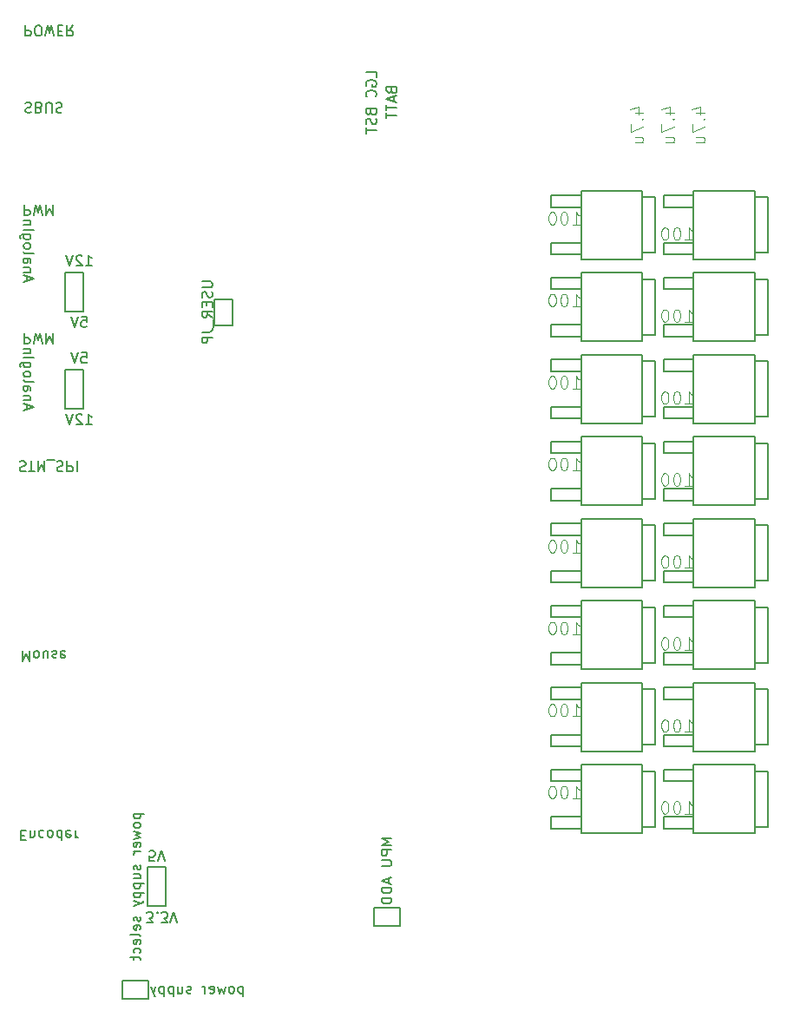
<source format=gbr>
G04 #@! TF.FileFunction,Legend,Bot*
%FSLAX46Y46*%
G04 Gerber Fmt 4.6, Leading zero omitted, Abs format (unit mm)*
G04 Created by KiCad (PCBNEW 4.0.6) date 08/21/17 17:22:48*
%MOMM*%
%LPD*%
G01*
G04 APERTURE LIST*
%ADD10C,0.100000*%
%ADD11C,0.200000*%
%ADD12C,0.150000*%
%ADD13C,0.101600*%
G04 APERTURE END LIST*
D10*
D11*
X11285714Y-77428570D02*
X12285714Y-77428570D01*
X11333333Y-77428570D02*
X11285714Y-77523808D01*
X11285714Y-77714285D01*
X11333333Y-77809523D01*
X11380952Y-77857142D01*
X11476190Y-77904761D01*
X11761905Y-77904761D01*
X11857143Y-77857142D01*
X11904762Y-77809523D01*
X11952381Y-77714285D01*
X11952381Y-77523808D01*
X11904762Y-77428570D01*
X11952381Y-78476189D02*
X11904762Y-78380951D01*
X11857143Y-78333332D01*
X11761905Y-78285713D01*
X11476190Y-78285713D01*
X11380952Y-78333332D01*
X11333333Y-78380951D01*
X11285714Y-78476189D01*
X11285714Y-78619047D01*
X11333333Y-78714285D01*
X11380952Y-78761904D01*
X11476190Y-78809523D01*
X11761905Y-78809523D01*
X11857143Y-78761904D01*
X11904762Y-78714285D01*
X11952381Y-78619047D01*
X11952381Y-78476189D01*
X11285714Y-79142856D02*
X11952381Y-79333332D01*
X11476190Y-79523809D01*
X11952381Y-79714285D01*
X11285714Y-79904761D01*
X11904762Y-80666666D02*
X11952381Y-80571428D01*
X11952381Y-80380951D01*
X11904762Y-80285713D01*
X11809524Y-80238094D01*
X11428571Y-80238094D01*
X11333333Y-80285713D01*
X11285714Y-80380951D01*
X11285714Y-80571428D01*
X11333333Y-80666666D01*
X11428571Y-80714285D01*
X11523810Y-80714285D01*
X11619048Y-80238094D01*
X11952381Y-81142856D02*
X11285714Y-81142856D01*
X11476190Y-81142856D02*
X11380952Y-81190475D01*
X11333333Y-81238094D01*
X11285714Y-81333332D01*
X11285714Y-81428571D01*
X11904762Y-82476190D02*
X11952381Y-82571428D01*
X11952381Y-82761904D01*
X11904762Y-82857143D01*
X11809524Y-82904762D01*
X11761905Y-82904762D01*
X11666667Y-82857143D01*
X11619048Y-82761904D01*
X11619048Y-82619047D01*
X11571429Y-82523809D01*
X11476190Y-82476190D01*
X11428571Y-82476190D01*
X11333333Y-82523809D01*
X11285714Y-82619047D01*
X11285714Y-82761904D01*
X11333333Y-82857143D01*
X11285714Y-83761905D02*
X11952381Y-83761905D01*
X11285714Y-83333333D02*
X11809524Y-83333333D01*
X11904762Y-83380952D01*
X11952381Y-83476190D01*
X11952381Y-83619048D01*
X11904762Y-83714286D01*
X11857143Y-83761905D01*
X11285714Y-84238095D02*
X12285714Y-84238095D01*
X11333333Y-84238095D02*
X11285714Y-84333333D01*
X11285714Y-84523810D01*
X11333333Y-84619048D01*
X11380952Y-84666667D01*
X11476190Y-84714286D01*
X11761905Y-84714286D01*
X11857143Y-84666667D01*
X11904762Y-84619048D01*
X11952381Y-84523810D01*
X11952381Y-84333333D01*
X11904762Y-84238095D01*
X11285714Y-85142857D02*
X12285714Y-85142857D01*
X11333333Y-85142857D02*
X11285714Y-85238095D01*
X11285714Y-85428572D01*
X11333333Y-85523810D01*
X11380952Y-85571429D01*
X11476190Y-85619048D01*
X11761905Y-85619048D01*
X11857143Y-85571429D01*
X11904762Y-85523810D01*
X11952381Y-85428572D01*
X11952381Y-85238095D01*
X11904762Y-85142857D01*
X11285714Y-85952381D02*
X11952381Y-86190476D01*
X11285714Y-86428572D02*
X11952381Y-86190476D01*
X12190476Y-86095238D01*
X12238095Y-86047619D01*
X12285714Y-85952381D01*
X11904762Y-87523810D02*
X11952381Y-87619048D01*
X11952381Y-87809524D01*
X11904762Y-87904763D01*
X11809524Y-87952382D01*
X11761905Y-87952382D01*
X11666667Y-87904763D01*
X11619048Y-87809524D01*
X11619048Y-87666667D01*
X11571429Y-87571429D01*
X11476190Y-87523810D01*
X11428571Y-87523810D01*
X11333333Y-87571429D01*
X11285714Y-87666667D01*
X11285714Y-87809524D01*
X11333333Y-87904763D01*
X11904762Y-88761906D02*
X11952381Y-88666668D01*
X11952381Y-88476191D01*
X11904762Y-88380953D01*
X11809524Y-88333334D01*
X11428571Y-88333334D01*
X11333333Y-88380953D01*
X11285714Y-88476191D01*
X11285714Y-88666668D01*
X11333333Y-88761906D01*
X11428571Y-88809525D01*
X11523810Y-88809525D01*
X11619048Y-88333334D01*
X11952381Y-89380953D02*
X11904762Y-89285715D01*
X11809524Y-89238096D01*
X10952381Y-89238096D01*
X11904762Y-90142859D02*
X11952381Y-90047621D01*
X11952381Y-89857144D01*
X11904762Y-89761906D01*
X11809524Y-89714287D01*
X11428571Y-89714287D01*
X11333333Y-89761906D01*
X11285714Y-89857144D01*
X11285714Y-90047621D01*
X11333333Y-90142859D01*
X11428571Y-90190478D01*
X11523810Y-90190478D01*
X11619048Y-89714287D01*
X11904762Y-91047621D02*
X11952381Y-90952383D01*
X11952381Y-90761906D01*
X11904762Y-90666668D01*
X11857143Y-90619049D01*
X11761905Y-90571430D01*
X11476190Y-90571430D01*
X11380952Y-90619049D01*
X11333333Y-90666668D01*
X11285714Y-90761906D01*
X11285714Y-90952383D01*
X11333333Y-91047621D01*
X11285714Y-91333335D02*
X11285714Y-91714287D01*
X10952381Y-91476192D02*
X11809524Y-91476192D01*
X11904762Y-91523811D01*
X11952381Y-91619049D01*
X11952381Y-91714287D01*
X6190476Y-28952381D02*
X6666667Y-28952381D01*
X6714286Y-29428571D01*
X6666667Y-29380952D01*
X6571429Y-29333333D01*
X6333333Y-29333333D01*
X6238095Y-29380952D01*
X6190476Y-29428571D01*
X6142857Y-29523810D01*
X6142857Y-29761905D01*
X6190476Y-29857143D01*
X6238095Y-29904762D01*
X6333333Y-29952381D01*
X6571429Y-29952381D01*
X6666667Y-29904762D01*
X6714286Y-29857143D01*
X5857143Y-28952381D02*
X5523810Y-29952381D01*
X5190476Y-28952381D01*
X6190476Y-32452381D02*
X6666667Y-32452381D01*
X6714286Y-32928571D01*
X6666667Y-32880952D01*
X6571429Y-32833333D01*
X6333333Y-32833333D01*
X6238095Y-32880952D01*
X6190476Y-32928571D01*
X6142857Y-33023810D01*
X6142857Y-33261905D01*
X6190476Y-33357143D01*
X6238095Y-33404762D01*
X6333333Y-33452381D01*
X6571429Y-33452381D01*
X6666667Y-33404762D01*
X6714286Y-33357143D01*
X5857143Y-32452381D02*
X5523810Y-33452381D01*
X5190476Y-32452381D01*
X6619047Y-39452381D02*
X7190476Y-39452381D01*
X6904762Y-39452381D02*
X6904762Y-38452381D01*
X7000000Y-38595238D01*
X7095238Y-38690476D01*
X7190476Y-38738095D01*
X6238095Y-38547619D02*
X6190476Y-38500000D01*
X6095238Y-38452381D01*
X5857142Y-38452381D01*
X5761904Y-38500000D01*
X5714285Y-38547619D01*
X5666666Y-38642857D01*
X5666666Y-38738095D01*
X5714285Y-38880952D01*
X6285714Y-39452381D01*
X5666666Y-39452381D01*
X5380952Y-38452381D02*
X5047619Y-39452381D01*
X4714285Y-38452381D01*
X6619047Y-23952381D02*
X7190476Y-23952381D01*
X6904762Y-23952381D02*
X6904762Y-22952381D01*
X7000000Y-23095238D01*
X7095238Y-23190476D01*
X7190476Y-23238095D01*
X6238095Y-23047619D02*
X6190476Y-23000000D01*
X6095238Y-22952381D01*
X5857142Y-22952381D01*
X5761904Y-23000000D01*
X5714285Y-23047619D01*
X5666666Y-23142857D01*
X5666666Y-23238095D01*
X5714285Y-23380952D01*
X6285714Y-23952381D01*
X5666666Y-23952381D01*
X5380952Y-22952381D02*
X5047619Y-23952381D01*
X4714285Y-22952381D01*
X36428571Y-6880953D02*
X36476190Y-7023810D01*
X36523810Y-7071429D01*
X36619048Y-7119048D01*
X36761905Y-7119048D01*
X36857143Y-7071429D01*
X36904762Y-7023810D01*
X36952381Y-6928572D01*
X36952381Y-6547619D01*
X35952381Y-6547619D01*
X35952381Y-6880953D01*
X36000000Y-6976191D01*
X36047619Y-7023810D01*
X36142857Y-7071429D01*
X36238095Y-7071429D01*
X36333333Y-7023810D01*
X36380952Y-6976191D01*
X36428571Y-6880953D01*
X36428571Y-6547619D01*
X36666667Y-7500000D02*
X36666667Y-7976191D01*
X36952381Y-7404762D02*
X35952381Y-7738095D01*
X36952381Y-8071429D01*
X35952381Y-8261905D02*
X35952381Y-8833334D01*
X36952381Y-8547619D02*
X35952381Y-8547619D01*
X35952381Y-9023810D02*
X35952381Y-9595239D01*
X36952381Y-9309524D02*
X35952381Y-9309524D01*
X34952381Y-5571429D02*
X34952381Y-5095238D01*
X33952381Y-5095238D01*
X34000000Y-6428572D02*
X33952381Y-6333334D01*
X33952381Y-6190477D01*
X34000000Y-6047619D01*
X34095238Y-5952381D01*
X34190476Y-5904762D01*
X34380952Y-5857143D01*
X34523810Y-5857143D01*
X34714286Y-5904762D01*
X34809524Y-5952381D01*
X34904762Y-6047619D01*
X34952381Y-6190477D01*
X34952381Y-6285715D01*
X34904762Y-6428572D01*
X34857143Y-6476191D01*
X34523810Y-6476191D01*
X34523810Y-6285715D01*
X34857143Y-7476191D02*
X34904762Y-7428572D01*
X34952381Y-7285715D01*
X34952381Y-7190477D01*
X34904762Y-7047619D01*
X34809524Y-6952381D01*
X34714286Y-6904762D01*
X34523810Y-6857143D01*
X34380952Y-6857143D01*
X34190476Y-6904762D01*
X34095238Y-6952381D01*
X34000000Y-7047619D01*
X33952381Y-7190477D01*
X33952381Y-7285715D01*
X34000000Y-7428572D01*
X34047619Y-7476191D01*
X34428571Y-9000001D02*
X34476190Y-9142858D01*
X34523810Y-9190477D01*
X34619048Y-9238096D01*
X34761905Y-9238096D01*
X34857143Y-9190477D01*
X34904762Y-9142858D01*
X34952381Y-9047620D01*
X34952381Y-8666667D01*
X33952381Y-8666667D01*
X33952381Y-9000001D01*
X34000000Y-9095239D01*
X34047619Y-9142858D01*
X34142857Y-9190477D01*
X34238095Y-9190477D01*
X34333333Y-9142858D01*
X34380952Y-9095239D01*
X34428571Y-9000001D01*
X34428571Y-8666667D01*
X34904762Y-9619048D02*
X34952381Y-9761905D01*
X34952381Y-10000001D01*
X34904762Y-10095239D01*
X34857143Y-10142858D01*
X34761905Y-10190477D01*
X34666667Y-10190477D01*
X34571429Y-10142858D01*
X34523810Y-10095239D01*
X34476190Y-10000001D01*
X34428571Y-9809524D01*
X34380952Y-9714286D01*
X34333333Y-9666667D01*
X34238095Y-9619048D01*
X34142857Y-9619048D01*
X34047619Y-9666667D01*
X34000000Y-9714286D01*
X33952381Y-9809524D01*
X33952381Y-10047620D01*
X34000000Y-10190477D01*
X33952381Y-10476191D02*
X33952381Y-11047620D01*
X34952381Y-10761905D02*
X33952381Y-10761905D01*
X833333Y-38000000D02*
X833333Y-37523809D01*
X547619Y-38095238D02*
X1547619Y-37761905D01*
X547619Y-37428571D01*
X1214286Y-37095238D02*
X547619Y-37095238D01*
X1119048Y-37095238D02*
X1166667Y-37047619D01*
X1214286Y-36952381D01*
X1214286Y-36809523D01*
X1166667Y-36714285D01*
X1071429Y-36666666D01*
X547619Y-36666666D01*
X547619Y-35761904D02*
X1071429Y-35761904D01*
X1166667Y-35809523D01*
X1214286Y-35904761D01*
X1214286Y-36095238D01*
X1166667Y-36190476D01*
X595238Y-35761904D02*
X547619Y-35857142D01*
X547619Y-36095238D01*
X595238Y-36190476D01*
X690476Y-36238095D01*
X785714Y-36238095D01*
X880952Y-36190476D01*
X928571Y-36095238D01*
X928571Y-35857142D01*
X976190Y-35761904D01*
X547619Y-35142857D02*
X595238Y-35238095D01*
X690476Y-35285714D01*
X1547619Y-35285714D01*
X547619Y-34619047D02*
X595238Y-34714285D01*
X642857Y-34761904D01*
X738095Y-34809523D01*
X1023810Y-34809523D01*
X1119048Y-34761904D01*
X1166667Y-34714285D01*
X1214286Y-34619047D01*
X1214286Y-34476189D01*
X1166667Y-34380951D01*
X1119048Y-34333332D01*
X1023810Y-34285713D01*
X738095Y-34285713D01*
X642857Y-34333332D01*
X595238Y-34380951D01*
X547619Y-34476189D01*
X547619Y-34619047D01*
X1214286Y-33428570D02*
X404762Y-33428570D01*
X309524Y-33476189D01*
X261905Y-33523808D01*
X214286Y-33619047D01*
X214286Y-33761904D01*
X261905Y-33857142D01*
X595238Y-33428570D02*
X547619Y-33523808D01*
X547619Y-33714285D01*
X595238Y-33809523D01*
X642857Y-33857142D01*
X738095Y-33904761D01*
X1023810Y-33904761D01*
X1119048Y-33857142D01*
X1166667Y-33809523D01*
X1214286Y-33714285D01*
X1214286Y-33523808D01*
X1166667Y-33428570D01*
X547619Y-32952380D02*
X1547619Y-32952380D01*
X1214286Y-32476190D02*
X547619Y-32476190D01*
X1119048Y-32476190D02*
X1166667Y-32428571D01*
X1214286Y-32333333D01*
X1214286Y-32190475D01*
X1166667Y-32095237D01*
X1071429Y-32047618D01*
X547619Y-32047618D01*
X833333Y-25500000D02*
X833333Y-25023809D01*
X547619Y-25595238D02*
X1547619Y-25261905D01*
X547619Y-24928571D01*
X1214286Y-24595238D02*
X547619Y-24595238D01*
X1119048Y-24595238D02*
X1166667Y-24547619D01*
X1214286Y-24452381D01*
X1214286Y-24309523D01*
X1166667Y-24214285D01*
X1071429Y-24166666D01*
X547619Y-24166666D01*
X547619Y-23261904D02*
X1071429Y-23261904D01*
X1166667Y-23309523D01*
X1214286Y-23404761D01*
X1214286Y-23595238D01*
X1166667Y-23690476D01*
X595238Y-23261904D02*
X547619Y-23357142D01*
X547619Y-23595238D01*
X595238Y-23690476D01*
X690476Y-23738095D01*
X785714Y-23738095D01*
X880952Y-23690476D01*
X928571Y-23595238D01*
X928571Y-23357142D01*
X976190Y-23261904D01*
X547619Y-22642857D02*
X595238Y-22738095D01*
X690476Y-22785714D01*
X1547619Y-22785714D01*
X547619Y-22119047D02*
X595238Y-22214285D01*
X642857Y-22261904D01*
X738095Y-22309523D01*
X1023810Y-22309523D01*
X1119048Y-22261904D01*
X1166667Y-22214285D01*
X1214286Y-22119047D01*
X1214286Y-21976189D01*
X1166667Y-21880951D01*
X1119048Y-21833332D01*
X1023810Y-21785713D01*
X738095Y-21785713D01*
X642857Y-21833332D01*
X595238Y-21880951D01*
X547619Y-21976189D01*
X547619Y-22119047D01*
X1214286Y-20928570D02*
X404762Y-20928570D01*
X309524Y-20976189D01*
X261905Y-21023808D01*
X214286Y-21119047D01*
X214286Y-21261904D01*
X261905Y-21357142D01*
X595238Y-20928570D02*
X547619Y-21023808D01*
X547619Y-21214285D01*
X595238Y-21309523D01*
X642857Y-21357142D01*
X738095Y-21404761D01*
X1023810Y-21404761D01*
X1119048Y-21357142D01*
X1166667Y-21309523D01*
X1214286Y-21214285D01*
X1214286Y-21023808D01*
X1166667Y-20928570D01*
X547619Y-20452380D02*
X1547619Y-20452380D01*
X1214286Y-19976190D02*
X547619Y-19976190D01*
X1119048Y-19976190D02*
X1166667Y-19928571D01*
X1214286Y-19833333D01*
X1214286Y-19690475D01*
X1166667Y-19595237D01*
X1071429Y-19547618D01*
X547619Y-19547618D01*
X690476Y-547619D02*
X690476Y-1547619D01*
X1071429Y-1547619D01*
X1166667Y-1500000D01*
X1214286Y-1452381D01*
X1261905Y-1357143D01*
X1261905Y-1214286D01*
X1214286Y-1119048D01*
X1166667Y-1071429D01*
X1071429Y-1023810D01*
X690476Y-1023810D01*
X1880952Y-1547619D02*
X2071429Y-1547619D01*
X2166667Y-1500000D01*
X2261905Y-1404762D01*
X2309524Y-1214286D01*
X2309524Y-880952D01*
X2261905Y-690476D01*
X2166667Y-595238D01*
X2071429Y-547619D01*
X1880952Y-547619D01*
X1785714Y-595238D01*
X1690476Y-690476D01*
X1642857Y-880952D01*
X1642857Y-1214286D01*
X1690476Y-1404762D01*
X1785714Y-1500000D01*
X1880952Y-1547619D01*
X2642857Y-1547619D02*
X2880952Y-547619D01*
X3071429Y-1261905D01*
X3261905Y-547619D01*
X3500000Y-1547619D01*
X3880952Y-1071429D02*
X4214286Y-1071429D01*
X4357143Y-547619D02*
X3880952Y-547619D01*
X3880952Y-1547619D01*
X4357143Y-1547619D01*
X5357143Y-547619D02*
X5023809Y-1023810D01*
X4785714Y-547619D02*
X4785714Y-1547619D01*
X5166667Y-1547619D01*
X5261905Y-1500000D01*
X5309524Y-1452381D01*
X5357143Y-1357143D01*
X5357143Y-1214286D01*
X5309524Y-1119048D01*
X5261905Y-1071429D01*
X5166667Y-1023810D01*
X4785714Y-1023810D01*
X714286Y-8095238D02*
X857143Y-8047619D01*
X1095239Y-8047619D01*
X1190477Y-8095238D01*
X1238096Y-8142857D01*
X1285715Y-8238095D01*
X1285715Y-8333333D01*
X1238096Y-8428571D01*
X1190477Y-8476190D01*
X1095239Y-8523810D01*
X904762Y-8571429D01*
X809524Y-8619048D01*
X761905Y-8666667D01*
X714286Y-8761905D01*
X714286Y-8857143D01*
X761905Y-8952381D01*
X809524Y-9000000D01*
X904762Y-9047619D01*
X1142858Y-9047619D01*
X1285715Y-9000000D01*
X2047620Y-8571429D02*
X2190477Y-8523810D01*
X2238096Y-8476190D01*
X2285715Y-8380952D01*
X2285715Y-8238095D01*
X2238096Y-8142857D01*
X2190477Y-8095238D01*
X2095239Y-8047619D01*
X1714286Y-8047619D01*
X1714286Y-9047619D01*
X2047620Y-9047619D01*
X2142858Y-9000000D01*
X2190477Y-8952381D01*
X2238096Y-8857143D01*
X2238096Y-8761905D01*
X2190477Y-8666667D01*
X2142858Y-8619048D01*
X2047620Y-8571429D01*
X1714286Y-8571429D01*
X2714286Y-9047619D02*
X2714286Y-8238095D01*
X2761905Y-8142857D01*
X2809524Y-8095238D01*
X2904762Y-8047619D01*
X3095239Y-8047619D01*
X3190477Y-8095238D01*
X3238096Y-8142857D01*
X3285715Y-8238095D01*
X3285715Y-9047619D01*
X3714286Y-8095238D02*
X3857143Y-8047619D01*
X4095239Y-8047619D01*
X4190477Y-8095238D01*
X4238096Y-8142857D01*
X4285715Y-8238095D01*
X4285715Y-8333333D01*
X4238096Y-8428571D01*
X4190477Y-8476190D01*
X4095239Y-8523810D01*
X3904762Y-8571429D01*
X3809524Y-8619048D01*
X3761905Y-8666667D01*
X3714286Y-8761905D01*
X3714286Y-8857143D01*
X3761905Y-8952381D01*
X3809524Y-9000000D01*
X3904762Y-9047619D01*
X4142858Y-9047619D01*
X4285715Y-9000000D01*
X595238Y-18047619D02*
X595238Y-19047619D01*
X976191Y-19047619D01*
X1071429Y-19000000D01*
X1119048Y-18952381D01*
X1166667Y-18857143D01*
X1166667Y-18714286D01*
X1119048Y-18619048D01*
X1071429Y-18571429D01*
X976191Y-18523810D01*
X595238Y-18523810D01*
X1500000Y-19047619D02*
X1738095Y-18047619D01*
X1928572Y-18761905D01*
X2119048Y-18047619D01*
X2357143Y-19047619D01*
X2738095Y-18047619D02*
X2738095Y-19047619D01*
X3071429Y-18333333D01*
X3404762Y-19047619D01*
X3404762Y-18047619D01*
X595238Y-30547619D02*
X595238Y-31547619D01*
X976191Y-31547619D01*
X1071429Y-31500000D01*
X1119048Y-31452381D01*
X1166667Y-31357143D01*
X1166667Y-31214286D01*
X1119048Y-31119048D01*
X1071429Y-31071429D01*
X976191Y-31023810D01*
X595238Y-31023810D01*
X1500000Y-31547619D02*
X1738095Y-30547619D01*
X1928572Y-31261905D01*
X2119048Y-30547619D01*
X2357143Y-31547619D01*
X2738095Y-30547619D02*
X2738095Y-31547619D01*
X3071429Y-30833333D01*
X3404762Y-31547619D01*
X3404762Y-30547619D01*
X166667Y-43095238D02*
X309524Y-43047619D01*
X547620Y-43047619D01*
X642858Y-43095238D01*
X690477Y-43142857D01*
X738096Y-43238095D01*
X738096Y-43333333D01*
X690477Y-43428571D01*
X642858Y-43476190D01*
X547620Y-43523810D01*
X357143Y-43571429D01*
X261905Y-43619048D01*
X214286Y-43666667D01*
X166667Y-43761905D01*
X166667Y-43857143D01*
X214286Y-43952381D01*
X261905Y-44000000D01*
X357143Y-44047619D01*
X595239Y-44047619D01*
X738096Y-44000000D01*
X1023810Y-44047619D02*
X1595239Y-44047619D01*
X1309524Y-43047619D02*
X1309524Y-44047619D01*
X1928572Y-43047619D02*
X1928572Y-44047619D01*
X2261906Y-43333333D01*
X2595239Y-44047619D01*
X2595239Y-43047619D01*
X2833334Y-42952381D02*
X3595239Y-42952381D01*
X3785715Y-43095238D02*
X3928572Y-43047619D01*
X4166668Y-43047619D01*
X4261906Y-43095238D01*
X4309525Y-43142857D01*
X4357144Y-43238095D01*
X4357144Y-43333333D01*
X4309525Y-43428571D01*
X4261906Y-43476190D01*
X4166668Y-43523810D01*
X3976191Y-43571429D01*
X3880953Y-43619048D01*
X3833334Y-43666667D01*
X3785715Y-43761905D01*
X3785715Y-43857143D01*
X3833334Y-43952381D01*
X3880953Y-44000000D01*
X3976191Y-44047619D01*
X4214287Y-44047619D01*
X4357144Y-44000000D01*
X4785715Y-43047619D02*
X4785715Y-44047619D01*
X5166668Y-44047619D01*
X5261906Y-44000000D01*
X5309525Y-43952381D01*
X5357144Y-43857143D01*
X5357144Y-43714286D01*
X5309525Y-43619048D01*
X5261906Y-43571429D01*
X5166668Y-43523810D01*
X4785715Y-43523810D01*
X5785715Y-43047619D02*
X5785715Y-44047619D01*
X261904Y-79571429D02*
X595238Y-79571429D01*
X738095Y-79047619D02*
X261904Y-79047619D01*
X261904Y-80047619D01*
X738095Y-80047619D01*
X1166666Y-79714286D02*
X1166666Y-79047619D01*
X1166666Y-79619048D02*
X1214285Y-79666667D01*
X1309523Y-79714286D01*
X1452381Y-79714286D01*
X1547619Y-79666667D01*
X1595238Y-79571429D01*
X1595238Y-79047619D01*
X2500000Y-79095238D02*
X2404762Y-79047619D01*
X2214285Y-79047619D01*
X2119047Y-79095238D01*
X2071428Y-79142857D01*
X2023809Y-79238095D01*
X2023809Y-79523810D01*
X2071428Y-79619048D01*
X2119047Y-79666667D01*
X2214285Y-79714286D01*
X2404762Y-79714286D01*
X2500000Y-79666667D01*
X3071428Y-79047619D02*
X2976190Y-79095238D01*
X2928571Y-79142857D01*
X2880952Y-79238095D01*
X2880952Y-79523810D01*
X2928571Y-79619048D01*
X2976190Y-79666667D01*
X3071428Y-79714286D01*
X3214286Y-79714286D01*
X3309524Y-79666667D01*
X3357143Y-79619048D01*
X3404762Y-79523810D01*
X3404762Y-79238095D01*
X3357143Y-79142857D01*
X3309524Y-79095238D01*
X3214286Y-79047619D01*
X3071428Y-79047619D01*
X4261905Y-79047619D02*
X4261905Y-80047619D01*
X4261905Y-79095238D02*
X4166667Y-79047619D01*
X3976190Y-79047619D01*
X3880952Y-79095238D01*
X3833333Y-79142857D01*
X3785714Y-79238095D01*
X3785714Y-79523810D01*
X3833333Y-79619048D01*
X3880952Y-79666667D01*
X3976190Y-79714286D01*
X4166667Y-79714286D01*
X4261905Y-79666667D01*
X5119048Y-79095238D02*
X5023810Y-79047619D01*
X4833333Y-79047619D01*
X4738095Y-79095238D01*
X4690476Y-79190476D01*
X4690476Y-79571429D01*
X4738095Y-79666667D01*
X4833333Y-79714286D01*
X5023810Y-79714286D01*
X5119048Y-79666667D01*
X5166667Y-79571429D01*
X5166667Y-79476190D01*
X4690476Y-79380952D01*
X5595238Y-79047619D02*
X5595238Y-79714286D01*
X5595238Y-79523810D02*
X5642857Y-79619048D01*
X5690476Y-79666667D01*
X5785714Y-79714286D01*
X5880953Y-79714286D01*
X428571Y-61547619D02*
X428571Y-62547619D01*
X761905Y-61833333D01*
X1095238Y-62547619D01*
X1095238Y-61547619D01*
X1714285Y-61547619D02*
X1619047Y-61595238D01*
X1571428Y-61642857D01*
X1523809Y-61738095D01*
X1523809Y-62023810D01*
X1571428Y-62119048D01*
X1619047Y-62166667D01*
X1714285Y-62214286D01*
X1857143Y-62214286D01*
X1952381Y-62166667D01*
X2000000Y-62119048D01*
X2047619Y-62023810D01*
X2047619Y-61738095D01*
X2000000Y-61642857D01*
X1952381Y-61595238D01*
X1857143Y-61547619D01*
X1714285Y-61547619D01*
X2904762Y-62214286D02*
X2904762Y-61547619D01*
X2476190Y-62214286D02*
X2476190Y-61690476D01*
X2523809Y-61595238D01*
X2619047Y-61547619D01*
X2761905Y-61547619D01*
X2857143Y-61595238D01*
X2904762Y-61642857D01*
X3333333Y-61595238D02*
X3428571Y-61547619D01*
X3619047Y-61547619D01*
X3714286Y-61595238D01*
X3761905Y-61690476D01*
X3761905Y-61738095D01*
X3714286Y-61833333D01*
X3619047Y-61880952D01*
X3476190Y-61880952D01*
X3380952Y-61928571D01*
X3333333Y-62023810D01*
X3333333Y-62071429D01*
X3380952Y-62166667D01*
X3476190Y-62214286D01*
X3619047Y-62214286D01*
X3714286Y-62166667D01*
X4571429Y-61595238D02*
X4476191Y-61547619D01*
X4285714Y-61547619D01*
X4190476Y-61595238D01*
X4142857Y-61690476D01*
X4142857Y-62071429D01*
X4190476Y-62166667D01*
X4285714Y-62214286D01*
X4476191Y-62214286D01*
X4571429Y-62166667D01*
X4619048Y-62071429D01*
X4619048Y-61976190D01*
X4142857Y-61880952D01*
X17952381Y-25523809D02*
X18761905Y-25523809D01*
X18857143Y-25571428D01*
X18904762Y-25619047D01*
X18952381Y-25714285D01*
X18952381Y-25904762D01*
X18904762Y-26000000D01*
X18857143Y-26047619D01*
X18761905Y-26095238D01*
X17952381Y-26095238D01*
X18904762Y-26523809D02*
X18952381Y-26666666D01*
X18952381Y-26904762D01*
X18904762Y-27000000D01*
X18857143Y-27047619D01*
X18761905Y-27095238D01*
X18666667Y-27095238D01*
X18571429Y-27047619D01*
X18523810Y-27000000D01*
X18476190Y-26904762D01*
X18428571Y-26714285D01*
X18380952Y-26619047D01*
X18333333Y-26571428D01*
X18238095Y-26523809D01*
X18142857Y-26523809D01*
X18047619Y-26571428D01*
X18000000Y-26619047D01*
X17952381Y-26714285D01*
X17952381Y-26952381D01*
X18000000Y-27095238D01*
X18428571Y-27523809D02*
X18428571Y-27857143D01*
X18952381Y-28000000D02*
X18952381Y-27523809D01*
X17952381Y-27523809D01*
X17952381Y-28000000D01*
X18952381Y-29000000D02*
X18476190Y-28666666D01*
X18952381Y-28428571D02*
X17952381Y-28428571D01*
X17952381Y-28809524D01*
X18000000Y-28904762D01*
X18047619Y-28952381D01*
X18142857Y-29000000D01*
X18285714Y-29000000D01*
X18380952Y-28952381D01*
X18428571Y-28904762D01*
X18476190Y-28809524D01*
X18476190Y-28428571D01*
X19047619Y-29190476D02*
X19047619Y-29952381D01*
X17952381Y-30476191D02*
X18666667Y-30476191D01*
X18809524Y-30428571D01*
X18904762Y-30333333D01*
X18952381Y-30190476D01*
X18952381Y-30095238D01*
X18952381Y-30952381D02*
X17952381Y-30952381D01*
X17952381Y-31333334D01*
X18000000Y-31428572D01*
X18047619Y-31476191D01*
X18142857Y-31523810D01*
X18285714Y-31523810D01*
X18380952Y-31476191D01*
X18428571Y-31428572D01*
X18476190Y-31333334D01*
X18476190Y-30952381D01*
X36452381Y-79833333D02*
X35452381Y-79833333D01*
X36166667Y-80166667D01*
X35452381Y-80500000D01*
X36452381Y-80500000D01*
X36452381Y-80976190D02*
X35452381Y-80976190D01*
X35452381Y-81357143D01*
X35500000Y-81452381D01*
X35547619Y-81500000D01*
X35642857Y-81547619D01*
X35785714Y-81547619D01*
X35880952Y-81500000D01*
X35928571Y-81452381D01*
X35976190Y-81357143D01*
X35976190Y-80976190D01*
X35452381Y-81976190D02*
X36261905Y-81976190D01*
X36357143Y-82023809D01*
X36404762Y-82071428D01*
X36452381Y-82166666D01*
X36452381Y-82357143D01*
X36404762Y-82452381D01*
X36357143Y-82500000D01*
X36261905Y-82547619D01*
X35452381Y-82547619D01*
X36166667Y-83738095D02*
X36166667Y-84214286D01*
X36452381Y-83642857D02*
X35452381Y-83976190D01*
X36452381Y-84309524D01*
X36452381Y-84642857D02*
X35452381Y-84642857D01*
X35452381Y-84880952D01*
X35500000Y-85023810D01*
X35595238Y-85119048D01*
X35690476Y-85166667D01*
X35880952Y-85214286D01*
X36023810Y-85214286D01*
X36214286Y-85166667D01*
X36309524Y-85119048D01*
X36404762Y-85023810D01*
X36452381Y-84880952D01*
X36452381Y-84642857D01*
X36452381Y-85642857D02*
X35452381Y-85642857D01*
X35452381Y-85880952D01*
X35500000Y-86023810D01*
X35595238Y-86119048D01*
X35690476Y-86166667D01*
X35880952Y-86214286D01*
X36023810Y-86214286D01*
X36214286Y-86166667D01*
X36309524Y-86119048D01*
X36404762Y-86023810D01*
X36452381Y-85880952D01*
X36452381Y-85642857D01*
X13309524Y-82047619D02*
X12833333Y-82047619D01*
X12785714Y-81571429D01*
X12833333Y-81619048D01*
X12928571Y-81666667D01*
X13166667Y-81666667D01*
X13261905Y-81619048D01*
X13309524Y-81571429D01*
X13357143Y-81476190D01*
X13357143Y-81238095D01*
X13309524Y-81142857D01*
X13261905Y-81095238D01*
X13166667Y-81047619D01*
X12928571Y-81047619D01*
X12833333Y-81095238D01*
X12785714Y-81142857D01*
X13642857Y-82047619D02*
X13976190Y-81047619D01*
X14309524Y-82047619D01*
X12523810Y-88047619D02*
X13142858Y-88047619D01*
X12809524Y-87666667D01*
X12952382Y-87666667D01*
X13047620Y-87619048D01*
X13095239Y-87571429D01*
X13142858Y-87476190D01*
X13142858Y-87238095D01*
X13095239Y-87142857D01*
X13047620Y-87095238D01*
X12952382Y-87047619D01*
X12666667Y-87047619D01*
X12571429Y-87095238D01*
X12523810Y-87142857D01*
X13571429Y-87142857D02*
X13619048Y-87095238D01*
X13571429Y-87047619D01*
X13523810Y-87095238D01*
X13571429Y-87142857D01*
X13571429Y-87047619D01*
X13952381Y-88047619D02*
X14571429Y-88047619D01*
X14238095Y-87666667D01*
X14380953Y-87666667D01*
X14476191Y-87619048D01*
X14523810Y-87571429D01*
X14571429Y-87476190D01*
X14571429Y-87238095D01*
X14523810Y-87142857D01*
X14476191Y-87095238D01*
X14380953Y-87047619D01*
X14095238Y-87047619D01*
X14000000Y-87095238D01*
X13952381Y-87142857D01*
X14857143Y-88047619D02*
X15190476Y-87047619D01*
X15523810Y-88047619D01*
X21952382Y-94285714D02*
X21952382Y-95285714D01*
X21952382Y-94333333D02*
X21857144Y-94285714D01*
X21666667Y-94285714D01*
X21571429Y-94333333D01*
X21523810Y-94380952D01*
X21476191Y-94476190D01*
X21476191Y-94761905D01*
X21523810Y-94857143D01*
X21571429Y-94904762D01*
X21666667Y-94952381D01*
X21857144Y-94952381D01*
X21952382Y-94904762D01*
X20904763Y-94952381D02*
X21000001Y-94904762D01*
X21047620Y-94857143D01*
X21095239Y-94761905D01*
X21095239Y-94476190D01*
X21047620Y-94380952D01*
X21000001Y-94333333D01*
X20904763Y-94285714D01*
X20761905Y-94285714D01*
X20666667Y-94333333D01*
X20619048Y-94380952D01*
X20571429Y-94476190D01*
X20571429Y-94761905D01*
X20619048Y-94857143D01*
X20666667Y-94904762D01*
X20761905Y-94952381D01*
X20904763Y-94952381D01*
X20238096Y-94285714D02*
X20047620Y-94952381D01*
X19857143Y-94476190D01*
X19666667Y-94952381D01*
X19476191Y-94285714D01*
X18714286Y-94904762D02*
X18809524Y-94952381D01*
X19000001Y-94952381D01*
X19095239Y-94904762D01*
X19142858Y-94809524D01*
X19142858Y-94428571D01*
X19095239Y-94333333D01*
X19000001Y-94285714D01*
X18809524Y-94285714D01*
X18714286Y-94333333D01*
X18666667Y-94428571D01*
X18666667Y-94523810D01*
X19142858Y-94619048D01*
X18238096Y-94952381D02*
X18238096Y-94285714D01*
X18238096Y-94476190D02*
X18190477Y-94380952D01*
X18142858Y-94333333D01*
X18047620Y-94285714D01*
X17952381Y-94285714D01*
X16904762Y-94904762D02*
X16809524Y-94952381D01*
X16619048Y-94952381D01*
X16523809Y-94904762D01*
X16476190Y-94809524D01*
X16476190Y-94761905D01*
X16523809Y-94666667D01*
X16619048Y-94619048D01*
X16761905Y-94619048D01*
X16857143Y-94571429D01*
X16904762Y-94476190D01*
X16904762Y-94428571D01*
X16857143Y-94333333D01*
X16761905Y-94285714D01*
X16619048Y-94285714D01*
X16523809Y-94333333D01*
X15619047Y-94285714D02*
X15619047Y-94952381D01*
X16047619Y-94285714D02*
X16047619Y-94809524D01*
X16000000Y-94904762D01*
X15904762Y-94952381D01*
X15761904Y-94952381D01*
X15666666Y-94904762D01*
X15619047Y-94857143D01*
X15142857Y-94285714D02*
X15142857Y-95285714D01*
X15142857Y-94333333D02*
X15047619Y-94285714D01*
X14857142Y-94285714D01*
X14761904Y-94333333D01*
X14714285Y-94380952D01*
X14666666Y-94476190D01*
X14666666Y-94761905D01*
X14714285Y-94857143D01*
X14761904Y-94904762D01*
X14857142Y-94952381D01*
X15047619Y-94952381D01*
X15142857Y-94904762D01*
X14238095Y-94285714D02*
X14238095Y-95285714D01*
X14238095Y-94333333D02*
X14142857Y-94285714D01*
X13952380Y-94285714D01*
X13857142Y-94333333D01*
X13809523Y-94380952D01*
X13761904Y-94476190D01*
X13761904Y-94761905D01*
X13809523Y-94857143D01*
X13857142Y-94904762D01*
X13952380Y-94952381D01*
X14142857Y-94952381D01*
X14238095Y-94904762D01*
X13428571Y-94285714D02*
X13190476Y-94952381D01*
X12952380Y-94285714D02*
X13190476Y-94952381D01*
X13285714Y-95190476D01*
X13333333Y-95238095D01*
X13428571Y-95285714D01*
D12*
X60932300Y-22705100D02*
X62126100Y-22705100D01*
X62126100Y-22705100D02*
X62126100Y-17294900D01*
X62126100Y-17294900D02*
X60919600Y-17294900D01*
X54925200Y-18272800D02*
X52016900Y-18272800D01*
X52016900Y-17129800D02*
X54925200Y-17129800D01*
X52016900Y-18272800D02*
X52016900Y-17129800D01*
X52016900Y-22870200D02*
X52016900Y-21727200D01*
X52016900Y-21727200D02*
X54925200Y-21727200D01*
X54925200Y-22870200D02*
X52016900Y-22870200D01*
X54925200Y-16647200D02*
X60919600Y-16647200D01*
X60919600Y-16647200D02*
X60919600Y-23352800D01*
X60919600Y-23352800D02*
X54925200Y-23352800D01*
X54925200Y-16647200D02*
X54925200Y-23352800D01*
X60932300Y-30705100D02*
X62126100Y-30705100D01*
X62126100Y-30705100D02*
X62126100Y-25294900D01*
X62126100Y-25294900D02*
X60919600Y-25294900D01*
X54925200Y-26272800D02*
X52016900Y-26272800D01*
X52016900Y-25129800D02*
X54925200Y-25129800D01*
X52016900Y-26272800D02*
X52016900Y-25129800D01*
X52016900Y-30870200D02*
X52016900Y-29727200D01*
X52016900Y-29727200D02*
X54925200Y-29727200D01*
X54925200Y-30870200D02*
X52016900Y-30870200D01*
X54925200Y-24647200D02*
X60919600Y-24647200D01*
X60919600Y-24647200D02*
X60919600Y-31352800D01*
X60919600Y-31352800D02*
X54925200Y-31352800D01*
X54925200Y-24647200D02*
X54925200Y-31352800D01*
X71932300Y-38705100D02*
X73126100Y-38705100D01*
X73126100Y-38705100D02*
X73126100Y-33294900D01*
X73126100Y-33294900D02*
X71919600Y-33294900D01*
X65925200Y-34272800D02*
X63016900Y-34272800D01*
X63016900Y-33129800D02*
X65925200Y-33129800D01*
X63016900Y-34272800D02*
X63016900Y-33129800D01*
X63016900Y-38870200D02*
X63016900Y-37727200D01*
X63016900Y-37727200D02*
X65925200Y-37727200D01*
X65925200Y-38870200D02*
X63016900Y-38870200D01*
X65925200Y-32647200D02*
X71919600Y-32647200D01*
X71919600Y-32647200D02*
X71919600Y-39352800D01*
X71919600Y-39352800D02*
X65925200Y-39352800D01*
X65925200Y-32647200D02*
X65925200Y-39352800D01*
X60932300Y-38705100D02*
X62126100Y-38705100D01*
X62126100Y-38705100D02*
X62126100Y-33294900D01*
X62126100Y-33294900D02*
X60919600Y-33294900D01*
X54925200Y-34272800D02*
X52016900Y-34272800D01*
X52016900Y-33129800D02*
X54925200Y-33129800D01*
X52016900Y-34272800D02*
X52016900Y-33129800D01*
X52016900Y-38870200D02*
X52016900Y-37727200D01*
X52016900Y-37727200D02*
X54925200Y-37727200D01*
X54925200Y-38870200D02*
X52016900Y-38870200D01*
X54925200Y-32647200D02*
X60919600Y-32647200D01*
X60919600Y-32647200D02*
X60919600Y-39352800D01*
X60919600Y-39352800D02*
X54925200Y-39352800D01*
X54925200Y-32647200D02*
X54925200Y-39352800D01*
X71932300Y-46705100D02*
X73126100Y-46705100D01*
X73126100Y-46705100D02*
X73126100Y-41294900D01*
X73126100Y-41294900D02*
X71919600Y-41294900D01*
X65925200Y-42272800D02*
X63016900Y-42272800D01*
X63016900Y-41129800D02*
X65925200Y-41129800D01*
X63016900Y-42272800D02*
X63016900Y-41129800D01*
X63016900Y-46870200D02*
X63016900Y-45727200D01*
X63016900Y-45727200D02*
X65925200Y-45727200D01*
X65925200Y-46870200D02*
X63016900Y-46870200D01*
X65925200Y-40647200D02*
X71919600Y-40647200D01*
X71919600Y-40647200D02*
X71919600Y-47352800D01*
X71919600Y-47352800D02*
X65925200Y-47352800D01*
X65925200Y-40647200D02*
X65925200Y-47352800D01*
X60932300Y-46705100D02*
X62126100Y-46705100D01*
X62126100Y-46705100D02*
X62126100Y-41294900D01*
X62126100Y-41294900D02*
X60919600Y-41294900D01*
X54925200Y-42272800D02*
X52016900Y-42272800D01*
X52016900Y-41129800D02*
X54925200Y-41129800D01*
X52016900Y-42272800D02*
X52016900Y-41129800D01*
X52016900Y-46870200D02*
X52016900Y-45727200D01*
X52016900Y-45727200D02*
X54925200Y-45727200D01*
X54925200Y-46870200D02*
X52016900Y-46870200D01*
X54925200Y-40647200D02*
X60919600Y-40647200D01*
X60919600Y-40647200D02*
X60919600Y-47352800D01*
X60919600Y-47352800D02*
X54925200Y-47352800D01*
X54925200Y-40647200D02*
X54925200Y-47352800D01*
X71932300Y-54705100D02*
X73126100Y-54705100D01*
X73126100Y-54705100D02*
X73126100Y-49294900D01*
X73126100Y-49294900D02*
X71919600Y-49294900D01*
X65925200Y-50272800D02*
X63016900Y-50272800D01*
X63016900Y-49129800D02*
X65925200Y-49129800D01*
X63016900Y-50272800D02*
X63016900Y-49129800D01*
X63016900Y-54870200D02*
X63016900Y-53727200D01*
X63016900Y-53727200D02*
X65925200Y-53727200D01*
X65925200Y-54870200D02*
X63016900Y-54870200D01*
X65925200Y-48647200D02*
X71919600Y-48647200D01*
X71919600Y-48647200D02*
X71919600Y-55352800D01*
X71919600Y-55352800D02*
X65925200Y-55352800D01*
X65925200Y-48647200D02*
X65925200Y-55352800D01*
X60932300Y-54705100D02*
X62126100Y-54705100D01*
X62126100Y-54705100D02*
X62126100Y-49294900D01*
X62126100Y-49294900D02*
X60919600Y-49294900D01*
X54925200Y-50272800D02*
X52016900Y-50272800D01*
X52016900Y-49129800D02*
X54925200Y-49129800D01*
X52016900Y-50272800D02*
X52016900Y-49129800D01*
X52016900Y-54870200D02*
X52016900Y-53727200D01*
X52016900Y-53727200D02*
X54925200Y-53727200D01*
X54925200Y-54870200D02*
X52016900Y-54870200D01*
X54925200Y-48647200D02*
X60919600Y-48647200D01*
X60919600Y-48647200D02*
X60919600Y-55352800D01*
X60919600Y-55352800D02*
X54925200Y-55352800D01*
X54925200Y-48647200D02*
X54925200Y-55352800D01*
X71932300Y-62705100D02*
X73126100Y-62705100D01*
X73126100Y-62705100D02*
X73126100Y-57294900D01*
X73126100Y-57294900D02*
X71919600Y-57294900D01*
X65925200Y-58272800D02*
X63016900Y-58272800D01*
X63016900Y-57129800D02*
X65925200Y-57129800D01*
X63016900Y-58272800D02*
X63016900Y-57129800D01*
X63016900Y-62870200D02*
X63016900Y-61727200D01*
X63016900Y-61727200D02*
X65925200Y-61727200D01*
X65925200Y-62870200D02*
X63016900Y-62870200D01*
X65925200Y-56647200D02*
X71919600Y-56647200D01*
X71919600Y-56647200D02*
X71919600Y-63352800D01*
X71919600Y-63352800D02*
X65925200Y-63352800D01*
X65925200Y-56647200D02*
X65925200Y-63352800D01*
X60932300Y-62705100D02*
X62126100Y-62705100D01*
X62126100Y-62705100D02*
X62126100Y-57294900D01*
X62126100Y-57294900D02*
X60919600Y-57294900D01*
X54925200Y-58272800D02*
X52016900Y-58272800D01*
X52016900Y-57129800D02*
X54925200Y-57129800D01*
X52016900Y-58272800D02*
X52016900Y-57129800D01*
X52016900Y-62870200D02*
X52016900Y-61727200D01*
X52016900Y-61727200D02*
X54925200Y-61727200D01*
X54925200Y-62870200D02*
X52016900Y-62870200D01*
X54925200Y-56647200D02*
X60919600Y-56647200D01*
X60919600Y-56647200D02*
X60919600Y-63352800D01*
X60919600Y-63352800D02*
X54925200Y-63352800D01*
X54925200Y-56647200D02*
X54925200Y-63352800D01*
X71932300Y-70705100D02*
X73126100Y-70705100D01*
X73126100Y-70705100D02*
X73126100Y-65294900D01*
X73126100Y-65294900D02*
X71919600Y-65294900D01*
X65925200Y-66272800D02*
X63016900Y-66272800D01*
X63016900Y-65129800D02*
X65925200Y-65129800D01*
X63016900Y-66272800D02*
X63016900Y-65129800D01*
X63016900Y-70870200D02*
X63016900Y-69727200D01*
X63016900Y-69727200D02*
X65925200Y-69727200D01*
X65925200Y-70870200D02*
X63016900Y-70870200D01*
X65925200Y-64647200D02*
X71919600Y-64647200D01*
X71919600Y-64647200D02*
X71919600Y-71352800D01*
X71919600Y-71352800D02*
X65925200Y-71352800D01*
X65925200Y-64647200D02*
X65925200Y-71352800D01*
X60932300Y-70705100D02*
X62126100Y-70705100D01*
X62126100Y-70705100D02*
X62126100Y-65294900D01*
X62126100Y-65294900D02*
X60919600Y-65294900D01*
X54925200Y-66272800D02*
X52016900Y-66272800D01*
X52016900Y-65129800D02*
X54925200Y-65129800D01*
X52016900Y-66272800D02*
X52016900Y-65129800D01*
X52016900Y-70870200D02*
X52016900Y-69727200D01*
X52016900Y-69727200D02*
X54925200Y-69727200D01*
X54925200Y-70870200D02*
X52016900Y-70870200D01*
X54925200Y-64647200D02*
X60919600Y-64647200D01*
X60919600Y-64647200D02*
X60919600Y-71352800D01*
X60919600Y-71352800D02*
X54925200Y-71352800D01*
X54925200Y-64647200D02*
X54925200Y-71352800D01*
X71932300Y-78705100D02*
X73126100Y-78705100D01*
X73126100Y-78705100D02*
X73126100Y-73294900D01*
X73126100Y-73294900D02*
X71919600Y-73294900D01*
X65925200Y-74272800D02*
X63016900Y-74272800D01*
X63016900Y-73129800D02*
X65925200Y-73129800D01*
X63016900Y-74272800D02*
X63016900Y-73129800D01*
X63016900Y-78870200D02*
X63016900Y-77727200D01*
X63016900Y-77727200D02*
X65925200Y-77727200D01*
X65925200Y-78870200D02*
X63016900Y-78870200D01*
X65925200Y-72647200D02*
X71919600Y-72647200D01*
X71919600Y-72647200D02*
X71919600Y-79352800D01*
X71919600Y-79352800D02*
X65925200Y-79352800D01*
X65925200Y-72647200D02*
X65925200Y-79352800D01*
X60932300Y-78705100D02*
X62126100Y-78705100D01*
X62126100Y-78705100D02*
X62126100Y-73294900D01*
X62126100Y-73294900D02*
X60919600Y-73294900D01*
X54925200Y-74272800D02*
X52016900Y-74272800D01*
X52016900Y-73129800D02*
X54925200Y-73129800D01*
X52016900Y-74272800D02*
X52016900Y-73129800D01*
X52016900Y-78870200D02*
X52016900Y-77727200D01*
X52016900Y-77727200D02*
X54925200Y-77727200D01*
X54925200Y-78870200D02*
X52016900Y-78870200D01*
X54925200Y-72647200D02*
X60919600Y-72647200D01*
X60919600Y-72647200D02*
X60919600Y-79352800D01*
X60919600Y-79352800D02*
X54925200Y-79352800D01*
X54925200Y-72647200D02*
X54925200Y-79352800D01*
X71932300Y-22705100D02*
X73126100Y-22705100D01*
X73126100Y-22705100D02*
X73126100Y-17294900D01*
X73126100Y-17294900D02*
X71919600Y-17294900D01*
X65925200Y-18272800D02*
X63016900Y-18272800D01*
X63016900Y-17129800D02*
X65925200Y-17129800D01*
X63016900Y-18272800D02*
X63016900Y-17129800D01*
X63016900Y-22870200D02*
X63016900Y-21727200D01*
X63016900Y-21727200D02*
X65925200Y-21727200D01*
X65925200Y-22870200D02*
X63016900Y-22870200D01*
X65925200Y-16647200D02*
X71919600Y-16647200D01*
X71919600Y-16647200D02*
X71919600Y-23352800D01*
X71919600Y-23352800D02*
X65925200Y-23352800D01*
X65925200Y-16647200D02*
X65925200Y-23352800D01*
X71932300Y-30705100D02*
X73126100Y-30705100D01*
X73126100Y-30705100D02*
X73126100Y-25294900D01*
X73126100Y-25294900D02*
X71919600Y-25294900D01*
X65925200Y-26272800D02*
X63016900Y-26272800D01*
X63016900Y-25129800D02*
X65925200Y-25129800D01*
X63016900Y-26272800D02*
X63016900Y-25129800D01*
X63016900Y-30870200D02*
X63016900Y-29727200D01*
X63016900Y-29727200D02*
X65925200Y-29727200D01*
X65925200Y-30870200D02*
X63016900Y-30870200D01*
X65925200Y-24647200D02*
X71919600Y-24647200D01*
X71919600Y-24647200D02*
X71919600Y-31352800D01*
X71919600Y-31352800D02*
X65925200Y-31352800D01*
X65925200Y-24647200D02*
X65925200Y-31352800D01*
X34730000Y-86611000D02*
X37270000Y-86611000D01*
X37270000Y-88389000D02*
X34730000Y-88389000D01*
X37270000Y-88389000D02*
X37270000Y-86611000D01*
X34730000Y-86611000D02*
X34730000Y-88389000D01*
X14389000Y-82595000D02*
X14389000Y-86405000D01*
X14389000Y-86405000D02*
X12611000Y-86405000D01*
X12611000Y-86405000D02*
X12611000Y-82595000D01*
X14389000Y-82595000D02*
X12611000Y-82595000D01*
X10175000Y-93726000D02*
X12715000Y-93726000D01*
X12715000Y-95504000D02*
X10175000Y-95504000D01*
X12715000Y-95504000D02*
X12715000Y-93726000D01*
X10175000Y-93726000D02*
X10175000Y-95504000D01*
X19111000Y-29770000D02*
X19111000Y-27230000D01*
X20889000Y-27230000D02*
X20889000Y-29770000D01*
X20889000Y-27230000D02*
X19111000Y-27230000D01*
X19111000Y-29770000D02*
X20889000Y-29770000D01*
X4611000Y-28405000D02*
X4611000Y-24595000D01*
X4611000Y-24595000D02*
X6389000Y-24595000D01*
X6389000Y-24595000D02*
X6389000Y-28405000D01*
X4611000Y-28405000D02*
X6389000Y-28405000D01*
X6389000Y-34095000D02*
X6389000Y-37905000D01*
X6389000Y-37905000D02*
X4611000Y-37905000D01*
X4611000Y-37905000D02*
X4611000Y-34095000D01*
X6389000Y-34095000D02*
X4611000Y-34095000D01*
D13*
X65080762Y-21442548D02*
X65770190Y-21442548D01*
X65425476Y-21442548D02*
X65425476Y-20236048D01*
X65540381Y-20408405D01*
X65655286Y-20523310D01*
X65770190Y-20580762D01*
X64333881Y-20236048D02*
X64218976Y-20236048D01*
X64104071Y-20293500D01*
X64046619Y-20350952D01*
X63989166Y-20465857D01*
X63931714Y-20695667D01*
X63931714Y-20982929D01*
X63989166Y-21212738D01*
X64046619Y-21327643D01*
X64104071Y-21385095D01*
X64218976Y-21442548D01*
X64333881Y-21442548D01*
X64448785Y-21385095D01*
X64506238Y-21327643D01*
X64563690Y-21212738D01*
X64621142Y-20982929D01*
X64621142Y-20695667D01*
X64563690Y-20465857D01*
X64506238Y-20350952D01*
X64448785Y-20293500D01*
X64333881Y-20236048D01*
X63184833Y-20236048D02*
X63069928Y-20236048D01*
X62955023Y-20293500D01*
X62897571Y-20350952D01*
X62840118Y-20465857D01*
X62782666Y-20695667D01*
X62782666Y-20982929D01*
X62840118Y-21212738D01*
X62897571Y-21327643D01*
X62955023Y-21385095D01*
X63069928Y-21442548D01*
X63184833Y-21442548D01*
X63299737Y-21385095D01*
X63357190Y-21327643D01*
X63414642Y-21212738D01*
X63472094Y-20982929D01*
X63472094Y-20695667D01*
X63414642Y-20465857D01*
X63357190Y-20350952D01*
X63299737Y-20293500D01*
X63184833Y-20236048D01*
X54080762Y-19942548D02*
X54770190Y-19942548D01*
X54425476Y-19942548D02*
X54425476Y-18736048D01*
X54540381Y-18908405D01*
X54655286Y-19023310D01*
X54770190Y-19080762D01*
X53333881Y-18736048D02*
X53218976Y-18736048D01*
X53104071Y-18793500D01*
X53046619Y-18850952D01*
X52989166Y-18965857D01*
X52931714Y-19195667D01*
X52931714Y-19482929D01*
X52989166Y-19712738D01*
X53046619Y-19827643D01*
X53104071Y-19885095D01*
X53218976Y-19942548D01*
X53333881Y-19942548D01*
X53448785Y-19885095D01*
X53506238Y-19827643D01*
X53563690Y-19712738D01*
X53621142Y-19482929D01*
X53621142Y-19195667D01*
X53563690Y-18965857D01*
X53506238Y-18850952D01*
X53448785Y-18793500D01*
X53333881Y-18736048D01*
X52184833Y-18736048D02*
X52069928Y-18736048D01*
X51955023Y-18793500D01*
X51897571Y-18850952D01*
X51840118Y-18965857D01*
X51782666Y-19195667D01*
X51782666Y-19482929D01*
X51840118Y-19712738D01*
X51897571Y-19827643D01*
X51955023Y-19885095D01*
X52069928Y-19942548D01*
X52184833Y-19942548D01*
X52299737Y-19885095D01*
X52357190Y-19827643D01*
X52414642Y-19712738D01*
X52472094Y-19482929D01*
X52472094Y-19195667D01*
X52414642Y-18965857D01*
X52357190Y-18850952D01*
X52299737Y-18793500D01*
X52184833Y-18736048D01*
X65080762Y-29442548D02*
X65770190Y-29442548D01*
X65425476Y-29442548D02*
X65425476Y-28236048D01*
X65540381Y-28408405D01*
X65655286Y-28523310D01*
X65770190Y-28580762D01*
X64333881Y-28236048D02*
X64218976Y-28236048D01*
X64104071Y-28293500D01*
X64046619Y-28350952D01*
X63989166Y-28465857D01*
X63931714Y-28695667D01*
X63931714Y-28982929D01*
X63989166Y-29212738D01*
X64046619Y-29327643D01*
X64104071Y-29385095D01*
X64218976Y-29442548D01*
X64333881Y-29442548D01*
X64448785Y-29385095D01*
X64506238Y-29327643D01*
X64563690Y-29212738D01*
X64621142Y-28982929D01*
X64621142Y-28695667D01*
X64563690Y-28465857D01*
X64506238Y-28350952D01*
X64448785Y-28293500D01*
X64333881Y-28236048D01*
X63184833Y-28236048D02*
X63069928Y-28236048D01*
X62955023Y-28293500D01*
X62897571Y-28350952D01*
X62840118Y-28465857D01*
X62782666Y-28695667D01*
X62782666Y-28982929D01*
X62840118Y-29212738D01*
X62897571Y-29327643D01*
X62955023Y-29385095D01*
X63069928Y-29442548D01*
X63184833Y-29442548D01*
X63299737Y-29385095D01*
X63357190Y-29327643D01*
X63414642Y-29212738D01*
X63472094Y-28982929D01*
X63472094Y-28695667D01*
X63414642Y-28465857D01*
X63357190Y-28350952D01*
X63299737Y-28293500D01*
X63184833Y-28236048D01*
X54080762Y-27942548D02*
X54770190Y-27942548D01*
X54425476Y-27942548D02*
X54425476Y-26736048D01*
X54540381Y-26908405D01*
X54655286Y-27023310D01*
X54770190Y-27080762D01*
X53333881Y-26736048D02*
X53218976Y-26736048D01*
X53104071Y-26793500D01*
X53046619Y-26850952D01*
X52989166Y-26965857D01*
X52931714Y-27195667D01*
X52931714Y-27482929D01*
X52989166Y-27712738D01*
X53046619Y-27827643D01*
X53104071Y-27885095D01*
X53218976Y-27942548D01*
X53333881Y-27942548D01*
X53448785Y-27885095D01*
X53506238Y-27827643D01*
X53563690Y-27712738D01*
X53621142Y-27482929D01*
X53621142Y-27195667D01*
X53563690Y-26965857D01*
X53506238Y-26850952D01*
X53448785Y-26793500D01*
X53333881Y-26736048D01*
X52184833Y-26736048D02*
X52069928Y-26736048D01*
X51955023Y-26793500D01*
X51897571Y-26850952D01*
X51840118Y-26965857D01*
X51782666Y-27195667D01*
X51782666Y-27482929D01*
X51840118Y-27712738D01*
X51897571Y-27827643D01*
X51955023Y-27885095D01*
X52069928Y-27942548D01*
X52184833Y-27942548D01*
X52299737Y-27885095D01*
X52357190Y-27827643D01*
X52414642Y-27712738D01*
X52472094Y-27482929D01*
X52472094Y-27195667D01*
X52414642Y-26965857D01*
X52357190Y-26850952D01*
X52299737Y-26793500D01*
X52184833Y-26736048D01*
X65080762Y-37442548D02*
X65770190Y-37442548D01*
X65425476Y-37442548D02*
X65425476Y-36236048D01*
X65540381Y-36408405D01*
X65655286Y-36523310D01*
X65770190Y-36580762D01*
X64333881Y-36236048D02*
X64218976Y-36236048D01*
X64104071Y-36293500D01*
X64046619Y-36350952D01*
X63989166Y-36465857D01*
X63931714Y-36695667D01*
X63931714Y-36982929D01*
X63989166Y-37212738D01*
X64046619Y-37327643D01*
X64104071Y-37385095D01*
X64218976Y-37442548D01*
X64333881Y-37442548D01*
X64448785Y-37385095D01*
X64506238Y-37327643D01*
X64563690Y-37212738D01*
X64621142Y-36982929D01*
X64621142Y-36695667D01*
X64563690Y-36465857D01*
X64506238Y-36350952D01*
X64448785Y-36293500D01*
X64333881Y-36236048D01*
X63184833Y-36236048D02*
X63069928Y-36236048D01*
X62955023Y-36293500D01*
X62897571Y-36350952D01*
X62840118Y-36465857D01*
X62782666Y-36695667D01*
X62782666Y-36982929D01*
X62840118Y-37212738D01*
X62897571Y-37327643D01*
X62955023Y-37385095D01*
X63069928Y-37442548D01*
X63184833Y-37442548D01*
X63299737Y-37385095D01*
X63357190Y-37327643D01*
X63414642Y-37212738D01*
X63472094Y-36982929D01*
X63472094Y-36695667D01*
X63414642Y-36465857D01*
X63357190Y-36350952D01*
X63299737Y-36293500D01*
X63184833Y-36236048D01*
X54080762Y-35942548D02*
X54770190Y-35942548D01*
X54425476Y-35942548D02*
X54425476Y-34736048D01*
X54540381Y-34908405D01*
X54655286Y-35023310D01*
X54770190Y-35080762D01*
X53333881Y-34736048D02*
X53218976Y-34736048D01*
X53104071Y-34793500D01*
X53046619Y-34850952D01*
X52989166Y-34965857D01*
X52931714Y-35195667D01*
X52931714Y-35482929D01*
X52989166Y-35712738D01*
X53046619Y-35827643D01*
X53104071Y-35885095D01*
X53218976Y-35942548D01*
X53333881Y-35942548D01*
X53448785Y-35885095D01*
X53506238Y-35827643D01*
X53563690Y-35712738D01*
X53621142Y-35482929D01*
X53621142Y-35195667D01*
X53563690Y-34965857D01*
X53506238Y-34850952D01*
X53448785Y-34793500D01*
X53333881Y-34736048D01*
X52184833Y-34736048D02*
X52069928Y-34736048D01*
X51955023Y-34793500D01*
X51897571Y-34850952D01*
X51840118Y-34965857D01*
X51782666Y-35195667D01*
X51782666Y-35482929D01*
X51840118Y-35712738D01*
X51897571Y-35827643D01*
X51955023Y-35885095D01*
X52069928Y-35942548D01*
X52184833Y-35942548D01*
X52299737Y-35885095D01*
X52357190Y-35827643D01*
X52414642Y-35712738D01*
X52472094Y-35482929D01*
X52472094Y-35195667D01*
X52414642Y-34965857D01*
X52357190Y-34850952D01*
X52299737Y-34793500D01*
X52184833Y-34736048D01*
X65080762Y-45442548D02*
X65770190Y-45442548D01*
X65425476Y-45442548D02*
X65425476Y-44236048D01*
X65540381Y-44408405D01*
X65655286Y-44523310D01*
X65770190Y-44580762D01*
X64333881Y-44236048D02*
X64218976Y-44236048D01*
X64104071Y-44293500D01*
X64046619Y-44350952D01*
X63989166Y-44465857D01*
X63931714Y-44695667D01*
X63931714Y-44982929D01*
X63989166Y-45212738D01*
X64046619Y-45327643D01*
X64104071Y-45385095D01*
X64218976Y-45442548D01*
X64333881Y-45442548D01*
X64448785Y-45385095D01*
X64506238Y-45327643D01*
X64563690Y-45212738D01*
X64621142Y-44982929D01*
X64621142Y-44695667D01*
X64563690Y-44465857D01*
X64506238Y-44350952D01*
X64448785Y-44293500D01*
X64333881Y-44236048D01*
X63184833Y-44236048D02*
X63069928Y-44236048D01*
X62955023Y-44293500D01*
X62897571Y-44350952D01*
X62840118Y-44465857D01*
X62782666Y-44695667D01*
X62782666Y-44982929D01*
X62840118Y-45212738D01*
X62897571Y-45327643D01*
X62955023Y-45385095D01*
X63069928Y-45442548D01*
X63184833Y-45442548D01*
X63299737Y-45385095D01*
X63357190Y-45327643D01*
X63414642Y-45212738D01*
X63472094Y-44982929D01*
X63472094Y-44695667D01*
X63414642Y-44465857D01*
X63357190Y-44350952D01*
X63299737Y-44293500D01*
X63184833Y-44236048D01*
X54080762Y-43942548D02*
X54770190Y-43942548D01*
X54425476Y-43942548D02*
X54425476Y-42736048D01*
X54540381Y-42908405D01*
X54655286Y-43023310D01*
X54770190Y-43080762D01*
X53333881Y-42736048D02*
X53218976Y-42736048D01*
X53104071Y-42793500D01*
X53046619Y-42850952D01*
X52989166Y-42965857D01*
X52931714Y-43195667D01*
X52931714Y-43482929D01*
X52989166Y-43712738D01*
X53046619Y-43827643D01*
X53104071Y-43885095D01*
X53218976Y-43942548D01*
X53333881Y-43942548D01*
X53448785Y-43885095D01*
X53506238Y-43827643D01*
X53563690Y-43712738D01*
X53621142Y-43482929D01*
X53621142Y-43195667D01*
X53563690Y-42965857D01*
X53506238Y-42850952D01*
X53448785Y-42793500D01*
X53333881Y-42736048D01*
X52184833Y-42736048D02*
X52069928Y-42736048D01*
X51955023Y-42793500D01*
X51897571Y-42850952D01*
X51840118Y-42965857D01*
X51782666Y-43195667D01*
X51782666Y-43482929D01*
X51840118Y-43712738D01*
X51897571Y-43827643D01*
X51955023Y-43885095D01*
X52069928Y-43942548D01*
X52184833Y-43942548D01*
X52299737Y-43885095D01*
X52357190Y-43827643D01*
X52414642Y-43712738D01*
X52472094Y-43482929D01*
X52472094Y-43195667D01*
X52414642Y-42965857D01*
X52357190Y-42850952D01*
X52299737Y-42793500D01*
X52184833Y-42736048D01*
X65080762Y-53442548D02*
X65770190Y-53442548D01*
X65425476Y-53442548D02*
X65425476Y-52236048D01*
X65540381Y-52408405D01*
X65655286Y-52523310D01*
X65770190Y-52580762D01*
X64333881Y-52236048D02*
X64218976Y-52236048D01*
X64104071Y-52293500D01*
X64046619Y-52350952D01*
X63989166Y-52465857D01*
X63931714Y-52695667D01*
X63931714Y-52982929D01*
X63989166Y-53212738D01*
X64046619Y-53327643D01*
X64104071Y-53385095D01*
X64218976Y-53442548D01*
X64333881Y-53442548D01*
X64448785Y-53385095D01*
X64506238Y-53327643D01*
X64563690Y-53212738D01*
X64621142Y-52982929D01*
X64621142Y-52695667D01*
X64563690Y-52465857D01*
X64506238Y-52350952D01*
X64448785Y-52293500D01*
X64333881Y-52236048D01*
X63184833Y-52236048D02*
X63069928Y-52236048D01*
X62955023Y-52293500D01*
X62897571Y-52350952D01*
X62840118Y-52465857D01*
X62782666Y-52695667D01*
X62782666Y-52982929D01*
X62840118Y-53212738D01*
X62897571Y-53327643D01*
X62955023Y-53385095D01*
X63069928Y-53442548D01*
X63184833Y-53442548D01*
X63299737Y-53385095D01*
X63357190Y-53327643D01*
X63414642Y-53212738D01*
X63472094Y-52982929D01*
X63472094Y-52695667D01*
X63414642Y-52465857D01*
X63357190Y-52350952D01*
X63299737Y-52293500D01*
X63184833Y-52236048D01*
X54080762Y-51942548D02*
X54770190Y-51942548D01*
X54425476Y-51942548D02*
X54425476Y-50736048D01*
X54540381Y-50908405D01*
X54655286Y-51023310D01*
X54770190Y-51080762D01*
X53333881Y-50736048D02*
X53218976Y-50736048D01*
X53104071Y-50793500D01*
X53046619Y-50850952D01*
X52989166Y-50965857D01*
X52931714Y-51195667D01*
X52931714Y-51482929D01*
X52989166Y-51712738D01*
X53046619Y-51827643D01*
X53104071Y-51885095D01*
X53218976Y-51942548D01*
X53333881Y-51942548D01*
X53448785Y-51885095D01*
X53506238Y-51827643D01*
X53563690Y-51712738D01*
X53621142Y-51482929D01*
X53621142Y-51195667D01*
X53563690Y-50965857D01*
X53506238Y-50850952D01*
X53448785Y-50793500D01*
X53333881Y-50736048D01*
X52184833Y-50736048D02*
X52069928Y-50736048D01*
X51955023Y-50793500D01*
X51897571Y-50850952D01*
X51840118Y-50965857D01*
X51782666Y-51195667D01*
X51782666Y-51482929D01*
X51840118Y-51712738D01*
X51897571Y-51827643D01*
X51955023Y-51885095D01*
X52069928Y-51942548D01*
X52184833Y-51942548D01*
X52299737Y-51885095D01*
X52357190Y-51827643D01*
X52414642Y-51712738D01*
X52472094Y-51482929D01*
X52472094Y-51195667D01*
X52414642Y-50965857D01*
X52357190Y-50850952D01*
X52299737Y-50793500D01*
X52184833Y-50736048D01*
X65080762Y-61442548D02*
X65770190Y-61442548D01*
X65425476Y-61442548D02*
X65425476Y-60236048D01*
X65540381Y-60408405D01*
X65655286Y-60523310D01*
X65770190Y-60580762D01*
X64333881Y-60236048D02*
X64218976Y-60236048D01*
X64104071Y-60293500D01*
X64046619Y-60350952D01*
X63989166Y-60465857D01*
X63931714Y-60695667D01*
X63931714Y-60982929D01*
X63989166Y-61212738D01*
X64046619Y-61327643D01*
X64104071Y-61385095D01*
X64218976Y-61442548D01*
X64333881Y-61442548D01*
X64448785Y-61385095D01*
X64506238Y-61327643D01*
X64563690Y-61212738D01*
X64621142Y-60982929D01*
X64621142Y-60695667D01*
X64563690Y-60465857D01*
X64506238Y-60350952D01*
X64448785Y-60293500D01*
X64333881Y-60236048D01*
X63184833Y-60236048D02*
X63069928Y-60236048D01*
X62955023Y-60293500D01*
X62897571Y-60350952D01*
X62840118Y-60465857D01*
X62782666Y-60695667D01*
X62782666Y-60982929D01*
X62840118Y-61212738D01*
X62897571Y-61327643D01*
X62955023Y-61385095D01*
X63069928Y-61442548D01*
X63184833Y-61442548D01*
X63299737Y-61385095D01*
X63357190Y-61327643D01*
X63414642Y-61212738D01*
X63472094Y-60982929D01*
X63472094Y-60695667D01*
X63414642Y-60465857D01*
X63357190Y-60350952D01*
X63299737Y-60293500D01*
X63184833Y-60236048D01*
X54080762Y-59942548D02*
X54770190Y-59942548D01*
X54425476Y-59942548D02*
X54425476Y-58736048D01*
X54540381Y-58908405D01*
X54655286Y-59023310D01*
X54770190Y-59080762D01*
X53333881Y-58736048D02*
X53218976Y-58736048D01*
X53104071Y-58793500D01*
X53046619Y-58850952D01*
X52989166Y-58965857D01*
X52931714Y-59195667D01*
X52931714Y-59482929D01*
X52989166Y-59712738D01*
X53046619Y-59827643D01*
X53104071Y-59885095D01*
X53218976Y-59942548D01*
X53333881Y-59942548D01*
X53448785Y-59885095D01*
X53506238Y-59827643D01*
X53563690Y-59712738D01*
X53621142Y-59482929D01*
X53621142Y-59195667D01*
X53563690Y-58965857D01*
X53506238Y-58850952D01*
X53448785Y-58793500D01*
X53333881Y-58736048D01*
X52184833Y-58736048D02*
X52069928Y-58736048D01*
X51955023Y-58793500D01*
X51897571Y-58850952D01*
X51840118Y-58965857D01*
X51782666Y-59195667D01*
X51782666Y-59482929D01*
X51840118Y-59712738D01*
X51897571Y-59827643D01*
X51955023Y-59885095D01*
X52069928Y-59942548D01*
X52184833Y-59942548D01*
X52299737Y-59885095D01*
X52357190Y-59827643D01*
X52414642Y-59712738D01*
X52472094Y-59482929D01*
X52472094Y-59195667D01*
X52414642Y-58965857D01*
X52357190Y-58850952D01*
X52299737Y-58793500D01*
X52184833Y-58736048D01*
X65080762Y-69442548D02*
X65770190Y-69442548D01*
X65425476Y-69442548D02*
X65425476Y-68236048D01*
X65540381Y-68408405D01*
X65655286Y-68523310D01*
X65770190Y-68580762D01*
X64333881Y-68236048D02*
X64218976Y-68236048D01*
X64104071Y-68293500D01*
X64046619Y-68350952D01*
X63989166Y-68465857D01*
X63931714Y-68695667D01*
X63931714Y-68982929D01*
X63989166Y-69212738D01*
X64046619Y-69327643D01*
X64104071Y-69385095D01*
X64218976Y-69442548D01*
X64333881Y-69442548D01*
X64448785Y-69385095D01*
X64506238Y-69327643D01*
X64563690Y-69212738D01*
X64621142Y-68982929D01*
X64621142Y-68695667D01*
X64563690Y-68465857D01*
X64506238Y-68350952D01*
X64448785Y-68293500D01*
X64333881Y-68236048D01*
X63184833Y-68236048D02*
X63069928Y-68236048D01*
X62955023Y-68293500D01*
X62897571Y-68350952D01*
X62840118Y-68465857D01*
X62782666Y-68695667D01*
X62782666Y-68982929D01*
X62840118Y-69212738D01*
X62897571Y-69327643D01*
X62955023Y-69385095D01*
X63069928Y-69442548D01*
X63184833Y-69442548D01*
X63299737Y-69385095D01*
X63357190Y-69327643D01*
X63414642Y-69212738D01*
X63472094Y-68982929D01*
X63472094Y-68695667D01*
X63414642Y-68465857D01*
X63357190Y-68350952D01*
X63299737Y-68293500D01*
X63184833Y-68236048D01*
X54080762Y-67942548D02*
X54770190Y-67942548D01*
X54425476Y-67942548D02*
X54425476Y-66736048D01*
X54540381Y-66908405D01*
X54655286Y-67023310D01*
X54770190Y-67080762D01*
X53333881Y-66736048D02*
X53218976Y-66736048D01*
X53104071Y-66793500D01*
X53046619Y-66850952D01*
X52989166Y-66965857D01*
X52931714Y-67195667D01*
X52931714Y-67482929D01*
X52989166Y-67712738D01*
X53046619Y-67827643D01*
X53104071Y-67885095D01*
X53218976Y-67942548D01*
X53333881Y-67942548D01*
X53448785Y-67885095D01*
X53506238Y-67827643D01*
X53563690Y-67712738D01*
X53621142Y-67482929D01*
X53621142Y-67195667D01*
X53563690Y-66965857D01*
X53506238Y-66850952D01*
X53448785Y-66793500D01*
X53333881Y-66736048D01*
X52184833Y-66736048D02*
X52069928Y-66736048D01*
X51955023Y-66793500D01*
X51897571Y-66850952D01*
X51840118Y-66965857D01*
X51782666Y-67195667D01*
X51782666Y-67482929D01*
X51840118Y-67712738D01*
X51897571Y-67827643D01*
X51955023Y-67885095D01*
X52069928Y-67942548D01*
X52184833Y-67942548D01*
X52299737Y-67885095D01*
X52357190Y-67827643D01*
X52414642Y-67712738D01*
X52472094Y-67482929D01*
X52472094Y-67195667D01*
X52414642Y-66965857D01*
X52357190Y-66850952D01*
X52299737Y-66793500D01*
X52184833Y-66736048D01*
X65080762Y-77442548D02*
X65770190Y-77442548D01*
X65425476Y-77442548D02*
X65425476Y-76236048D01*
X65540381Y-76408405D01*
X65655286Y-76523310D01*
X65770190Y-76580762D01*
X64333881Y-76236048D02*
X64218976Y-76236048D01*
X64104071Y-76293500D01*
X64046619Y-76350952D01*
X63989166Y-76465857D01*
X63931714Y-76695667D01*
X63931714Y-76982929D01*
X63989166Y-77212738D01*
X64046619Y-77327643D01*
X64104071Y-77385095D01*
X64218976Y-77442548D01*
X64333881Y-77442548D01*
X64448785Y-77385095D01*
X64506238Y-77327643D01*
X64563690Y-77212738D01*
X64621142Y-76982929D01*
X64621142Y-76695667D01*
X64563690Y-76465857D01*
X64506238Y-76350952D01*
X64448785Y-76293500D01*
X64333881Y-76236048D01*
X63184833Y-76236048D02*
X63069928Y-76236048D01*
X62955023Y-76293500D01*
X62897571Y-76350952D01*
X62840118Y-76465857D01*
X62782666Y-76695667D01*
X62782666Y-76982929D01*
X62840118Y-77212738D01*
X62897571Y-77327643D01*
X62955023Y-77385095D01*
X63069928Y-77442548D01*
X63184833Y-77442548D01*
X63299737Y-77385095D01*
X63357190Y-77327643D01*
X63414642Y-77212738D01*
X63472094Y-76982929D01*
X63472094Y-76695667D01*
X63414642Y-76465857D01*
X63357190Y-76350952D01*
X63299737Y-76293500D01*
X63184833Y-76236048D01*
X54080762Y-75942548D02*
X54770190Y-75942548D01*
X54425476Y-75942548D02*
X54425476Y-74736048D01*
X54540381Y-74908405D01*
X54655286Y-75023310D01*
X54770190Y-75080762D01*
X53333881Y-74736048D02*
X53218976Y-74736048D01*
X53104071Y-74793500D01*
X53046619Y-74850952D01*
X52989166Y-74965857D01*
X52931714Y-75195667D01*
X52931714Y-75482929D01*
X52989166Y-75712738D01*
X53046619Y-75827643D01*
X53104071Y-75885095D01*
X53218976Y-75942548D01*
X53333881Y-75942548D01*
X53448785Y-75885095D01*
X53506238Y-75827643D01*
X53563690Y-75712738D01*
X53621142Y-75482929D01*
X53621142Y-75195667D01*
X53563690Y-74965857D01*
X53506238Y-74850952D01*
X53448785Y-74793500D01*
X53333881Y-74736048D01*
X52184833Y-74736048D02*
X52069928Y-74736048D01*
X51955023Y-74793500D01*
X51897571Y-74850952D01*
X51840118Y-74965857D01*
X51782666Y-75195667D01*
X51782666Y-75482929D01*
X51840118Y-75712738D01*
X51897571Y-75827643D01*
X51955023Y-75885095D01*
X52069928Y-75942548D01*
X52184833Y-75942548D01*
X52299737Y-75885095D01*
X52357190Y-75827643D01*
X52414642Y-75712738D01*
X52472094Y-75482929D01*
X52472094Y-75195667D01*
X52414642Y-74965857D01*
X52357190Y-74850952D01*
X52299737Y-74793500D01*
X52184833Y-74736048D01*
X63178214Y-9034333D02*
X63982548Y-9034333D01*
X62718595Y-8747071D02*
X63580381Y-8459810D01*
X63580381Y-9206690D01*
X63867643Y-9666310D02*
X63925095Y-9723762D01*
X63982548Y-9666310D01*
X63925095Y-9608858D01*
X63867643Y-9666310D01*
X63982548Y-9666310D01*
X62776048Y-10125929D02*
X62776048Y-10930262D01*
X63982548Y-10413191D01*
X63178214Y-11906953D02*
X63982548Y-11906953D01*
X63178214Y-11389882D02*
X63810190Y-11389882D01*
X63925095Y-11447334D01*
X63982548Y-11562239D01*
X63982548Y-11734596D01*
X63925095Y-11849501D01*
X63867643Y-11906953D01*
X66178214Y-9034333D02*
X66982548Y-9034333D01*
X65718595Y-8747071D02*
X66580381Y-8459810D01*
X66580381Y-9206690D01*
X66867643Y-9666310D02*
X66925095Y-9723762D01*
X66982548Y-9666310D01*
X66925095Y-9608858D01*
X66867643Y-9666310D01*
X66982548Y-9666310D01*
X65776048Y-10125929D02*
X65776048Y-10930262D01*
X66982548Y-10413191D01*
X66178214Y-11906953D02*
X66982548Y-11906953D01*
X66178214Y-11389882D02*
X66810190Y-11389882D01*
X66925095Y-11447334D01*
X66982548Y-11562239D01*
X66982548Y-11734596D01*
X66925095Y-11849501D01*
X66867643Y-11906953D01*
X60178214Y-9034333D02*
X60982548Y-9034333D01*
X59718595Y-8747071D02*
X60580381Y-8459810D01*
X60580381Y-9206690D01*
X60867643Y-9666310D02*
X60925095Y-9723762D01*
X60982548Y-9666310D01*
X60925095Y-9608858D01*
X60867643Y-9666310D01*
X60982548Y-9666310D01*
X59776048Y-10125929D02*
X59776048Y-10930262D01*
X60982548Y-10413191D01*
X60178214Y-11906953D02*
X60982548Y-11906953D01*
X60178214Y-11389882D02*
X60810190Y-11389882D01*
X60925095Y-11447334D01*
X60982548Y-11562239D01*
X60982548Y-11734596D01*
X60925095Y-11849501D01*
X60867643Y-11906953D01*
M02*

</source>
